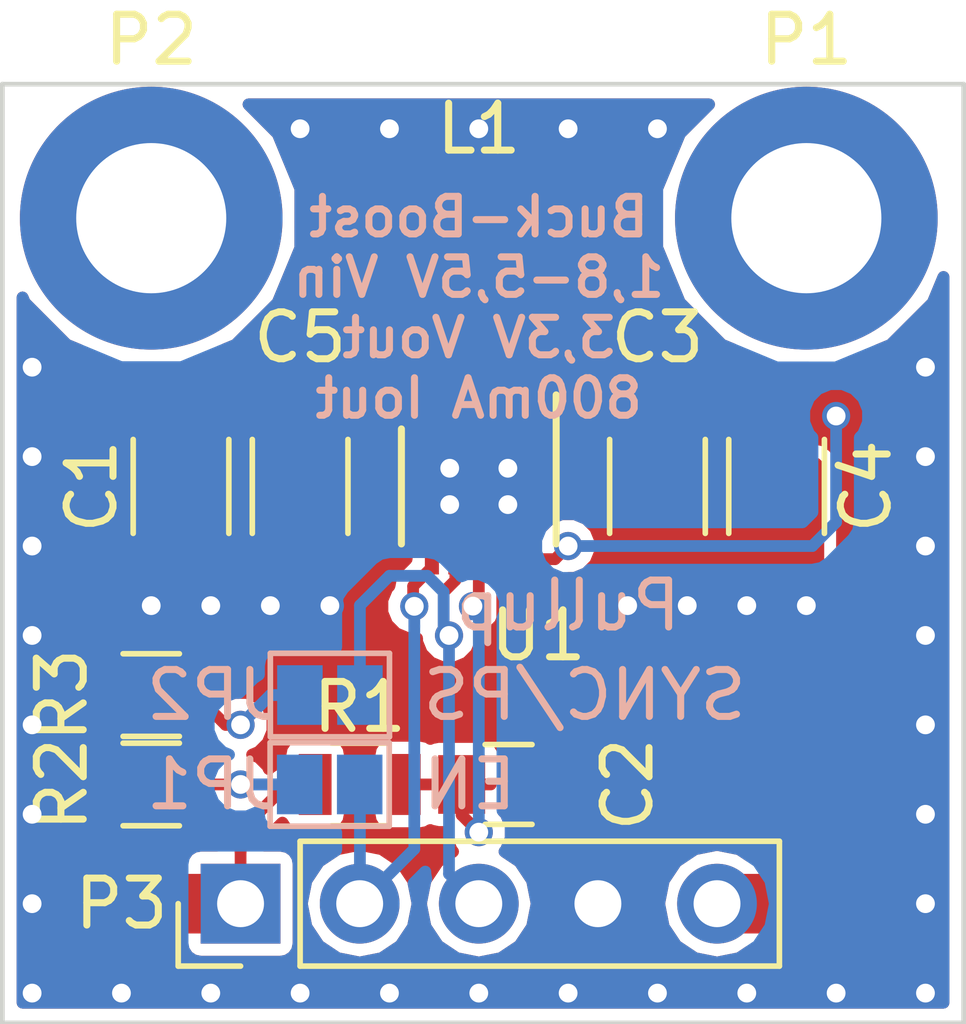
<source format=kicad_pcb>
(kicad_pcb (version 4) (host pcbnew 4.0.5)

  (general
    (links 31)
    (no_connects 2)
    (area 115.949999 78.949999 136.550001 99.050001)
    (thickness 1.6)
    (drawings 8)
    (tracks 202)
    (zones 0)
    (modules 15)
    (nets 13)
  )

  (page A4)
  (layers
    (0 F.Cu signal)
    (31 B.Cu signal)
    (32 B.Adhes user)
    (33 F.Adhes user)
    (34 B.Paste user)
    (35 F.Paste user)
    (36 B.SilkS user)
    (37 F.SilkS user)
    (38 B.Mask user)
    (39 F.Mask user)
    (40 Dwgs.User user)
    (41 Cmts.User user)
    (42 Eco1.User user)
    (43 Eco2.User user)
    (44 Edge.Cuts user)
    (45 Margin user)
    (46 B.CrtYd user)
    (47 F.CrtYd user)
    (48 B.Fab user hide)
    (49 F.Fab user hide)
  )

  (setup
    (last_trace_width 0.25)
    (trace_clearance 0.2)
    (zone_clearance 0.254)
    (zone_45_only yes)
    (trace_min 0.2)
    (segment_width 0.2)
    (edge_width 0.1)
    (via_size 0.6)
    (via_drill 0.4)
    (via_min_size 0.4)
    (via_min_drill 0.3)
    (uvia_size 0.3)
    (uvia_drill 0.1)
    (uvias_allowed no)
    (uvia_min_size 0.2)
    (uvia_min_drill 0.1)
    (pcb_text_width 0.3)
    (pcb_text_size 1.5 1.5)
    (mod_edge_width 0.15)
    (mod_text_size 1 1)
    (mod_text_width 0.15)
    (pad_size 1.5 1.5)
    (pad_drill 0.6)
    (pad_to_mask_clearance 0)
    (aux_axis_origin 116 99)
    (grid_origin 116 99)
    (visible_elements FFFFFF7F)
    (pcbplotparams
      (layerselection 0x010f0_80000001)
      (usegerberextensions false)
      (excludeedgelayer true)
      (linewidth 0.100000)
      (plotframeref false)
      (viasonmask true)
      (mode 1)
      (useauxorigin false)
      (hpglpennumber 1)
      (hpglpenspeed 20)
      (hpglpendiameter 15)
      (hpglpenoverlay 2)
      (psnegative false)
      (psa4output false)
      (plotreference true)
      (plotvalue true)
      (plotinvisibletext false)
      (padsonsilk false)
      (subtractmaskfromsilk false)
      (outputformat 1)
      (mirror false)
      (drillshape 0)
      (scaleselection 1)
      (outputdirectory plot/))
  )

  (net 0 "")
  (net 1 VCC)
  (net 2 GND)
  (net 3 "Net-(C2-Pad1)")
  (net 4 +3V3)
  (net 5 /EN)
  (net 6 /PS/SYNC)
  (net 7 "Net-(L1-Pad1)")
  (net 8 "Net-(L1-Pad2)")
  (net 9 "Net-(P1-Pad1)")
  (net 10 "Net-(P2-Pad1)")
  (net 11 "Net-(JP1-Pad1)")
  (net 12 "Net-(JP2-Pad1)")

  (net_class Default "This is the default net class."
    (clearance 0.2)
    (trace_width 0.25)
    (via_dia 0.6)
    (via_drill 0.4)
    (uvia_dia 0.3)
    (uvia_drill 0.1)
    (add_net +3V3)
    (add_net /EN)
    (add_net /PS/SYNC)
    (add_net GND)
    (add_net "Net-(C2-Pad1)")
    (add_net "Net-(JP1-Pad1)")
    (add_net "Net-(JP2-Pad1)")
    (add_net "Net-(L1-Pad1)")
    (add_net "Net-(L1-Pad2)")
    (add_net "Net-(P1-Pad1)")
    (add_net "Net-(P2-Pad1)")
    (add_net VCC)
  )

  (module Capacitors_SMD:C_1206 (layer F.Cu) (tedit 58AA84B8) (tstamp 58DAB410)
    (at 119.81 87.57 270)
    (descr "Capacitor SMD 1206, reflow soldering, AVX (see smccp.pdf)")
    (tags "capacitor 1206")
    (path /58D9833A)
    (attr smd)
    (fp_text reference C1 (at 0 1.905 450) (layer F.SilkS)
      (effects (font (size 1 1) (thickness 0.15)))
    )
    (fp_text value 10µF (at 0 0 270) (layer F.Fab)
      (effects (font (size 1 1) (thickness 0.15)))
    )
    (fp_text user %R (at 0 -1.75 270) (layer F.Fab)
      (effects (font (size 1 1) (thickness 0.15)))
    )
    (fp_line (start -1.6 0.8) (end -1.6 -0.8) (layer F.Fab) (width 0.1))
    (fp_line (start 1.6 0.8) (end -1.6 0.8) (layer F.Fab) (width 0.1))
    (fp_line (start 1.6 -0.8) (end 1.6 0.8) (layer F.Fab) (width 0.1))
    (fp_line (start -1.6 -0.8) (end 1.6 -0.8) (layer F.Fab) (width 0.1))
    (fp_line (start 1 -1.02) (end -1 -1.02) (layer F.SilkS) (width 0.12))
    (fp_line (start -1 1.02) (end 1 1.02) (layer F.SilkS) (width 0.12))
    (fp_line (start -2.25 -1.05) (end 2.25 -1.05) (layer F.CrtYd) (width 0.05))
    (fp_line (start -2.25 -1.05) (end -2.25 1.05) (layer F.CrtYd) (width 0.05))
    (fp_line (start 2.25 1.05) (end 2.25 -1.05) (layer F.CrtYd) (width 0.05))
    (fp_line (start 2.25 1.05) (end -2.25 1.05) (layer F.CrtYd) (width 0.05))
    (pad 1 smd rect (at -1.5 0 270) (size 1 1.6) (layers F.Cu F.Paste F.Mask)
      (net 1 VCC))
    (pad 2 smd rect (at 1.5 0 270) (size 1 1.6) (layers F.Cu F.Paste F.Mask)
      (net 2 GND))
    (model Capacitors_SMD.3dshapes/C_1206.wrl
      (at (xyz 0 0 0))
      (scale (xyz 1 1 1))
      (rotate (xyz 0 0 0))
    )
  )

  (module Capacitors_SMD:C_0805 (layer F.Cu) (tedit 58AA8463) (tstamp 58DAB421)
    (at 126.795 93.92)
    (descr "Capacitor SMD 0805, reflow soldering, AVX (see smccp.pdf)")
    (tags "capacitor 0805")
    (path /58D9846E)
    (attr smd)
    (fp_text reference C2 (at 2.54 0 90) (layer F.SilkS)
      (effects (font (size 1 1) (thickness 0.15)))
    )
    (fp_text value 100nF (at 0 1.75) (layer F.Fab)
      (effects (font (size 1 1) (thickness 0.15)))
    )
    (fp_text user %R (at 0 -1.5) (layer F.Fab)
      (effects (font (size 1 1) (thickness 0.15)))
    )
    (fp_line (start -1 0.62) (end -1 -0.62) (layer F.Fab) (width 0.1))
    (fp_line (start 1 0.62) (end -1 0.62) (layer F.Fab) (width 0.1))
    (fp_line (start 1 -0.62) (end 1 0.62) (layer F.Fab) (width 0.1))
    (fp_line (start -1 -0.62) (end 1 -0.62) (layer F.Fab) (width 0.1))
    (fp_line (start 0.5 -0.85) (end -0.5 -0.85) (layer F.SilkS) (width 0.12))
    (fp_line (start -0.5 0.85) (end 0.5 0.85) (layer F.SilkS) (width 0.12))
    (fp_line (start -1.75 -0.88) (end 1.75 -0.88) (layer F.CrtYd) (width 0.05))
    (fp_line (start -1.75 -0.88) (end -1.75 0.87) (layer F.CrtYd) (width 0.05))
    (fp_line (start 1.75 0.87) (end 1.75 -0.88) (layer F.CrtYd) (width 0.05))
    (fp_line (start 1.75 0.87) (end -1.75 0.87) (layer F.CrtYd) (width 0.05))
    (pad 1 smd rect (at -1 0) (size 1 1.25) (layers F.Cu F.Paste F.Mask)
      (net 3 "Net-(C2-Pad1)"))
    (pad 2 smd rect (at 1 0) (size 1 1.25) (layers F.Cu F.Paste F.Mask)
      (net 2 GND))
    (model Capacitors_SMD.3dshapes/C_0805.wrl
      (at (xyz 0 0 0))
      (scale (xyz 1 1 1))
      (rotate (xyz 0 0 0))
    )
  )

  (module Capacitors_SMD:C_1206 (layer F.Cu) (tedit 58AA84B8) (tstamp 58DAB432)
    (at 129.97 87.57 270)
    (descr "Capacitor SMD 1206, reflow soldering, AVX (see smccp.pdf)")
    (tags "capacitor 1206")
    (path /58D98371)
    (attr smd)
    (fp_text reference C3 (at -3.175 0 360) (layer F.SilkS)
      (effects (font (size 1 1) (thickness 0.15)))
    )
    (fp_text value 10µF (at 0 2 270) (layer F.Fab)
      (effects (font (size 1 1) (thickness 0.15)))
    )
    (fp_text user %R (at 0 -1.75 270) (layer F.Fab)
      (effects (font (size 1 1) (thickness 0.15)))
    )
    (fp_line (start -1.6 0.8) (end -1.6 -0.8) (layer F.Fab) (width 0.1))
    (fp_line (start 1.6 0.8) (end -1.6 0.8) (layer F.Fab) (width 0.1))
    (fp_line (start 1.6 -0.8) (end 1.6 0.8) (layer F.Fab) (width 0.1))
    (fp_line (start -1.6 -0.8) (end 1.6 -0.8) (layer F.Fab) (width 0.1))
    (fp_line (start 1 -1.02) (end -1 -1.02) (layer F.SilkS) (width 0.12))
    (fp_line (start -1 1.02) (end 1 1.02) (layer F.SilkS) (width 0.12))
    (fp_line (start -2.25 -1.05) (end 2.25 -1.05) (layer F.CrtYd) (width 0.05))
    (fp_line (start -2.25 -1.05) (end -2.25 1.05) (layer F.CrtYd) (width 0.05))
    (fp_line (start 2.25 1.05) (end 2.25 -1.05) (layer F.CrtYd) (width 0.05))
    (fp_line (start 2.25 1.05) (end -2.25 1.05) (layer F.CrtYd) (width 0.05))
    (pad 1 smd rect (at -1.5 0 270) (size 1 1.6) (layers F.Cu F.Paste F.Mask)
      (net 4 +3V3))
    (pad 2 smd rect (at 1.5 0 270) (size 1 1.6) (layers F.Cu F.Paste F.Mask)
      (net 2 GND))
    (model Capacitors_SMD.3dshapes/C_1206.wrl
      (at (xyz 0 0 0))
      (scale (xyz 1 1 1))
      (rotate (xyz 0 0 0))
    )
  )

  (module Capacitors_SMD:C_1206 (layer F.Cu) (tedit 58AA84B8) (tstamp 58DAB443)
    (at 132.51 87.57 270)
    (descr "Capacitor SMD 1206, reflow soldering, AVX (see smccp.pdf)")
    (tags "capacitor 1206")
    (path /58D9839C)
    (attr smd)
    (fp_text reference C4 (at 0 -1.905 450) (layer F.SilkS)
      (effects (font (size 1 1) (thickness 0.15)))
    )
    (fp_text value 10µF (at 0 2 270) (layer F.Fab)
      (effects (font (size 1 1) (thickness 0.15)))
    )
    (fp_text user %R (at 0 -1.75 270) (layer F.Fab)
      (effects (font (size 1 1) (thickness 0.15)))
    )
    (fp_line (start -1.6 0.8) (end -1.6 -0.8) (layer F.Fab) (width 0.1))
    (fp_line (start 1.6 0.8) (end -1.6 0.8) (layer F.Fab) (width 0.1))
    (fp_line (start 1.6 -0.8) (end 1.6 0.8) (layer F.Fab) (width 0.1))
    (fp_line (start -1.6 -0.8) (end 1.6 -0.8) (layer F.Fab) (width 0.1))
    (fp_line (start 1 -1.02) (end -1 -1.02) (layer F.SilkS) (width 0.12))
    (fp_line (start -1 1.02) (end 1 1.02) (layer F.SilkS) (width 0.12))
    (fp_line (start -2.25 -1.05) (end 2.25 -1.05) (layer F.CrtYd) (width 0.05))
    (fp_line (start -2.25 -1.05) (end -2.25 1.05) (layer F.CrtYd) (width 0.05))
    (fp_line (start 2.25 1.05) (end 2.25 -1.05) (layer F.CrtYd) (width 0.05))
    (fp_line (start 2.25 1.05) (end -2.25 1.05) (layer F.CrtYd) (width 0.05))
    (pad 1 smd rect (at -1.5 0 270) (size 1 1.6) (layers F.Cu F.Paste F.Mask)
      (net 4 +3V3))
    (pad 2 smd rect (at 1.5 0 270) (size 1 1.6) (layers F.Cu F.Paste F.Mask)
      (net 2 GND))
    (model Capacitors_SMD.3dshapes/C_1206.wrl
      (at (xyz 0 0 0))
      (scale (xyz 1 1 1))
      (rotate (xyz 0 0 0))
    )
  )

  (module Capacitors_SMD:C_1206 (layer F.Cu) (tedit 58AA84B8) (tstamp 58DAB454)
    (at 122.35 87.57 270)
    (descr "Capacitor SMD 1206, reflow soldering, AVX (see smccp.pdf)")
    (tags "capacitor 1206")
    (path /58DAB2CE)
    (attr smd)
    (fp_text reference C5 (at -3.175 0 360) (layer F.SilkS)
      (effects (font (size 1 1) (thickness 0.15)))
    )
    (fp_text value 10µF (at 0 2 270) (layer F.Fab)
      (effects (font (size 1 1) (thickness 0.15)))
    )
    (fp_text user %R (at 0 -1.75 270) (layer F.Fab)
      (effects (font (size 1 1) (thickness 0.15)))
    )
    (fp_line (start -1.6 0.8) (end -1.6 -0.8) (layer F.Fab) (width 0.1))
    (fp_line (start 1.6 0.8) (end -1.6 0.8) (layer F.Fab) (width 0.1))
    (fp_line (start 1.6 -0.8) (end 1.6 0.8) (layer F.Fab) (width 0.1))
    (fp_line (start -1.6 -0.8) (end 1.6 -0.8) (layer F.Fab) (width 0.1))
    (fp_line (start 1 -1.02) (end -1 -1.02) (layer F.SilkS) (width 0.12))
    (fp_line (start -1 1.02) (end 1 1.02) (layer F.SilkS) (width 0.12))
    (fp_line (start -2.25 -1.05) (end 2.25 -1.05) (layer F.CrtYd) (width 0.05))
    (fp_line (start -2.25 -1.05) (end -2.25 1.05) (layer F.CrtYd) (width 0.05))
    (fp_line (start 2.25 1.05) (end 2.25 -1.05) (layer F.CrtYd) (width 0.05))
    (fp_line (start 2.25 1.05) (end -2.25 1.05) (layer F.CrtYd) (width 0.05))
    (pad 1 smd rect (at -1.5 0 270) (size 1 1.6) (layers F.Cu F.Paste F.Mask)
      (net 1 VCC))
    (pad 2 smd rect (at 1.5 0 270) (size 1 1.6) (layers F.Cu F.Paste F.Mask)
      (net 2 GND))
    (model Capacitors_SMD.3dshapes/C_1206.wrl
      (at (xyz 0 0 0))
      (scale (xyz 1 1 1))
      (rotate (xyz 0 0 0))
    )
  )

  (module Mounting_Holes:MountingHole_3.2mm_M3_DIN965_Pad (layer F.Cu) (tedit 56D1B4CB) (tstamp 58DAB487)
    (at 133.145 81.855)
    (descr "Mounting Hole 3.2mm, M3, DIN965")
    (tags "mounting hole 3.2mm m3 din965")
    (path /58D9A7F7)
    (fp_text reference P1 (at 0 -3.8) (layer F.SilkS)
      (effects (font (size 1 1) (thickness 0.15)))
    )
    (fp_text value CONN_01X01 (at 0 3.8) (layer F.Fab)
      (effects (font (size 1 1) (thickness 0.15)))
    )
    (fp_circle (center 0 0) (end 2.8 0) (layer Cmts.User) (width 0.15))
    (fp_circle (center 0 0) (end 3.05 0) (layer F.CrtYd) (width 0.05))
    (pad 1 thru_hole circle (at 0 0) (size 5.6 5.6) (drill 3.2) (layers *.Cu *.Mask)
      (net 9 "Net-(P1-Pad1)"))
  )

  (module Mounting_Holes:MountingHole_3.2mm_M3_DIN965_Pad (layer F.Cu) (tedit 56D1B4CB) (tstamp 58DAB48E)
    (at 119.175 81.855)
    (descr "Mounting Hole 3.2mm, M3, DIN965")
    (tags "mounting hole 3.2mm m3 din965")
    (path /58D9A846)
    (fp_text reference P2 (at 0 -3.8) (layer F.SilkS)
      (effects (font (size 1 1) (thickness 0.15)))
    )
    (fp_text value CONN_01X01 (at 0 3.8) (layer F.Fab)
      (effects (font (size 1 1) (thickness 0.15)))
    )
    (fp_circle (center 0 0) (end 2.8 0) (layer Cmts.User) (width 0.15))
    (fp_circle (center 0 0) (end 3.05 0) (layer F.CrtYd) (width 0.05))
    (pad 1 thru_hole circle (at 0 0) (size 5.6 5.6) (drill 3.2) (layers *.Cu *.Mask)
      (net 10 "Net-(P2-Pad1)"))
  )

  (module Pin_Headers:Pin_Header_Straight_1x05_Pitch2.54mm (layer F.Cu) (tedit 58CD4EC1) (tstamp 58DAB4A6)
    (at 121.08 96.46 90)
    (descr "Through hole straight pin header, 1x05, 2.54mm pitch, single row")
    (tags "Through hole pin header THT 1x05 2.54mm single row")
    (path /58D9A44F)
    (fp_text reference P3 (at 0 -2.54 180) (layer F.SilkS)
      (effects (font (size 1 1) (thickness 0.15)))
    )
    (fp_text value CONN_01X05 (at 0 12.49 90) (layer F.Fab)
      (effects (font (size 1 1) (thickness 0.15)))
    )
    (fp_line (start -1.27 -1.27) (end -1.27 11.43) (layer F.Fab) (width 0.1))
    (fp_line (start -1.27 11.43) (end 1.27 11.43) (layer F.Fab) (width 0.1))
    (fp_line (start 1.27 11.43) (end 1.27 -1.27) (layer F.Fab) (width 0.1))
    (fp_line (start 1.27 -1.27) (end -1.27 -1.27) (layer F.Fab) (width 0.1))
    (fp_line (start -1.33 1.27) (end -1.33 11.49) (layer F.SilkS) (width 0.12))
    (fp_line (start -1.33 11.49) (end 1.33 11.49) (layer F.SilkS) (width 0.12))
    (fp_line (start 1.33 11.49) (end 1.33 1.27) (layer F.SilkS) (width 0.12))
    (fp_line (start 1.33 1.27) (end -1.33 1.27) (layer F.SilkS) (width 0.12))
    (fp_line (start -1.33 0) (end -1.33 -1.33) (layer F.SilkS) (width 0.12))
    (fp_line (start -1.33 -1.33) (end 0 -1.33) (layer F.SilkS) (width 0.12))
    (fp_line (start -1.8 -1.8) (end -1.8 11.95) (layer F.CrtYd) (width 0.05))
    (fp_line (start -1.8 11.95) (end 1.8 11.95) (layer F.CrtYd) (width 0.05))
    (fp_line (start 1.8 11.95) (end 1.8 -1.8) (layer F.CrtYd) (width 0.05))
    (fp_line (start 1.8 -1.8) (end -1.8 -1.8) (layer F.CrtYd) (width 0.05))
    (fp_text user %R (at 0 -2.33 90) (layer F.Fab)
      (effects (font (size 1 1) (thickness 0.15)))
    )
    (pad 1 thru_hole rect (at 0 0 90) (size 1.7 1.7) (drill 1) (layers *.Cu *.Mask)
      (net 1 VCC))
    (pad 2 thru_hole oval (at 0 2.54 90) (size 1.7 1.7) (drill 1) (layers *.Cu *.Mask)
      (net 5 /EN))
    (pad 3 thru_hole oval (at 0 5.08 90) (size 1.7 1.7) (drill 1) (layers *.Cu *.Mask)
      (net 6 /PS/SYNC))
    (pad 4 thru_hole oval (at 0 7.62 90) (size 1.7 1.7) (drill 1) (layers *.Cu *.Mask)
      (net 2 GND))
    (pad 5 thru_hole oval (at 0 10.16 90) (size 1.7 1.7) (drill 1) (layers *.Cu *.Mask)
      (net 4 +3V3))
    (model ${KISYS3DMOD}/Pin_Headers.3dshapes/Pin_Header_Straight_1x05_Pitch2.54mm.wrl
      (at (xyz 0 -0.2 0))
      (scale (xyz 1 1 1))
      (rotate (xyz 0 0 90))
    )
  )

  (module Resistors_SMD:R_0805 (layer F.Cu) (tedit 58AADA8F) (tstamp 58DAB4B7)
    (at 123.62 93.92)
    (descr "Resistor SMD 0805, reflow soldering, Vishay (see dcrcw.pdf)")
    (tags "resistor 0805")
    (path /58D984A1)
    (attr smd)
    (fp_text reference R1 (at 0 -1.65) (layer F.SilkS)
      (effects (font (size 1 1) (thickness 0.15)))
    )
    (fp_text value 100R (at 0 1.75 180) (layer F.Fab)
      (effects (font (size 1 1) (thickness 0.15)))
    )
    (fp_text user %R (at 0 -1.65) (layer F.Fab)
      (effects (font (size 1 1) (thickness 0.15)))
    )
    (fp_line (start -1 0.62) (end -1 -0.62) (layer F.Fab) (width 0.1))
    (fp_line (start 1 0.62) (end -1 0.62) (layer F.Fab) (width 0.1))
    (fp_line (start 1 -0.62) (end 1 0.62) (layer F.Fab) (width 0.1))
    (fp_line (start -1 -0.62) (end 1 -0.62) (layer F.Fab) (width 0.1))
    (fp_line (start 0.6 0.88) (end -0.6 0.88) (layer F.SilkS) (width 0.12))
    (fp_line (start -0.6 -0.88) (end 0.6 -0.88) (layer F.SilkS) (width 0.12))
    (fp_line (start -1.55 -0.9) (end 1.55 -0.9) (layer F.CrtYd) (width 0.05))
    (fp_line (start -1.55 -0.9) (end -1.55 0.9) (layer F.CrtYd) (width 0.05))
    (fp_line (start 1.55 0.9) (end 1.55 -0.9) (layer F.CrtYd) (width 0.05))
    (fp_line (start 1.55 0.9) (end -1.55 0.9) (layer F.CrtYd) (width 0.05))
    (pad 1 smd rect (at -0.95 0) (size 0.7 1.3) (layers F.Cu F.Paste F.Mask)
      (net 1 VCC))
    (pad 2 smd rect (at 0.95 0) (size 0.7 1.3) (layers F.Cu F.Paste F.Mask)
      (net 3 "Net-(C2-Pad1)"))
    (model Resistors_SMD.3dshapes/R_0805.wrl
      (at (xyz 0 0 0))
      (scale (xyz 1 1 1))
      (rotate (xyz 0 0 0))
    )
  )

  (module Resistors_SMD:R_0805 (layer F.Cu) (tedit 58AADA8F) (tstamp 58DAB4C8)
    (at 119.175 93.92)
    (descr "Resistor SMD 0805, reflow soldering, Vishay (see dcrcw.pdf)")
    (tags "resistor 0805")
    (path /58DA41F9)
    (attr smd)
    (fp_text reference R2 (at -1.905 0 90) (layer F.SilkS)
      (effects (font (size 1 1) (thickness 0.15)))
    )
    (fp_text value 4K7 (at 0 1.75) (layer F.Fab)
      (effects (font (size 1 1) (thickness 0.15)))
    )
    (fp_text user %R (at 0 -1.65) (layer F.Fab)
      (effects (font (size 1 1) (thickness 0.15)))
    )
    (fp_line (start -1 0.62) (end -1 -0.62) (layer F.Fab) (width 0.1))
    (fp_line (start 1 0.62) (end -1 0.62) (layer F.Fab) (width 0.1))
    (fp_line (start 1 -0.62) (end 1 0.62) (layer F.Fab) (width 0.1))
    (fp_line (start -1 -0.62) (end 1 -0.62) (layer F.Fab) (width 0.1))
    (fp_line (start 0.6 0.88) (end -0.6 0.88) (layer F.SilkS) (width 0.12))
    (fp_line (start -0.6 -0.88) (end 0.6 -0.88) (layer F.SilkS) (width 0.12))
    (fp_line (start -1.55 -0.9) (end 1.55 -0.9) (layer F.CrtYd) (width 0.05))
    (fp_line (start -1.55 -0.9) (end -1.55 0.9) (layer F.CrtYd) (width 0.05))
    (fp_line (start 1.55 0.9) (end 1.55 -0.9) (layer F.CrtYd) (width 0.05))
    (fp_line (start 1.55 0.9) (end -1.55 0.9) (layer F.CrtYd) (width 0.05))
    (pad 1 smd rect (at -0.95 0) (size 0.7 1.3) (layers F.Cu F.Paste F.Mask)
      (net 1 VCC))
    (pad 2 smd rect (at 0.95 0) (size 0.7 1.3) (layers F.Cu F.Paste F.Mask)
      (net 11 "Net-(JP1-Pad1)"))
    (model Resistors_SMD.3dshapes/R_0805.wrl
      (at (xyz 0 0 0))
      (scale (xyz 1 1 1))
      (rotate (xyz 0 0 0))
    )
  )

  (module Resistors_SMD:R_0805 (layer F.Cu) (tedit 58AADA8F) (tstamp 58DAB4D9)
    (at 119.175 92.015)
    (descr "Resistor SMD 0805, reflow soldering, Vishay (see dcrcw.pdf)")
    (tags "resistor 0805")
    (path /58DA4394)
    (attr smd)
    (fp_text reference R3 (at -1.905 0 90) (layer F.SilkS)
      (effects (font (size 1 1) (thickness 0.15)))
    )
    (fp_text value 4K7 (at 0 1.75) (layer F.Fab)
      (effects (font (size 1 1) (thickness 0.15)))
    )
    (fp_text user %R (at 0 -1.65) (layer F.Fab)
      (effects (font (size 1 1) (thickness 0.15)))
    )
    (fp_line (start -1 0.62) (end -1 -0.62) (layer F.Fab) (width 0.1))
    (fp_line (start 1 0.62) (end -1 0.62) (layer F.Fab) (width 0.1))
    (fp_line (start 1 -0.62) (end 1 0.62) (layer F.Fab) (width 0.1))
    (fp_line (start -1 -0.62) (end 1 -0.62) (layer F.Fab) (width 0.1))
    (fp_line (start 0.6 0.88) (end -0.6 0.88) (layer F.SilkS) (width 0.12))
    (fp_line (start -0.6 -0.88) (end 0.6 -0.88) (layer F.SilkS) (width 0.12))
    (fp_line (start -1.55 -0.9) (end 1.55 -0.9) (layer F.CrtYd) (width 0.05))
    (fp_line (start -1.55 -0.9) (end -1.55 0.9) (layer F.CrtYd) (width 0.05))
    (fp_line (start 1.55 0.9) (end 1.55 -0.9) (layer F.CrtYd) (width 0.05))
    (fp_line (start 1.55 0.9) (end -1.55 0.9) (layer F.CrtYd) (width 0.05))
    (pad 1 smd rect (at -0.95 0) (size 0.7 1.3) (layers F.Cu F.Paste F.Mask)
      (net 1 VCC))
    (pad 2 smd rect (at 0.95 0) (size 0.7 1.3) (layers F.Cu F.Paste F.Mask)
      (net 12 "Net-(JP2-Pad1)"))
    (model Resistors_SMD.3dshapes/R_0805.wrl
      (at (xyz 0 0 0))
      (scale (xyz 1 1 1))
      (rotate (xyz 0 0 0))
    )
  )

  (module Housings_DFN_QFN:DFN-10-1EP_3x3mm_Pitch0.5mm (layer F.Cu) (tedit 54130A77) (tstamp 58DAB4F6)
    (at 126.16 87.57 270)
    (descr "10-Lead Plastic Dual Flat, No Lead Package (MF) - 3x3x0.9 mm Body [DFN] (see Microchip Packaging Specification 00000049BS.pdf)")
    (tags "DFN 0.5")
    (path /58D9827C)
    (attr smd)
    (fp_text reference U1 (at 3.175 -1.27 360) (layer F.SilkS)
      (effects (font (size 1 1) (thickness 0.15)))
    )
    (fp_text value TPS63001 (at 0 2.575 270) (layer F.Fab)
      (effects (font (size 1 1) (thickness 0.15)))
    )
    (fp_line (start -0.5 -1.5) (end 1.5 -1.5) (layer F.Fab) (width 0.15))
    (fp_line (start 1.5 -1.5) (end 1.5 1.5) (layer F.Fab) (width 0.15))
    (fp_line (start 1.5 1.5) (end -1.5 1.5) (layer F.Fab) (width 0.15))
    (fp_line (start -1.5 1.5) (end -1.5 -0.5) (layer F.Fab) (width 0.15))
    (fp_line (start -1.5 -0.5) (end -0.5 -1.5) (layer F.Fab) (width 0.15))
    (fp_line (start -2.15 -1.85) (end -2.15 1.85) (layer F.CrtYd) (width 0.05))
    (fp_line (start 2.15 -1.85) (end 2.15 1.85) (layer F.CrtYd) (width 0.05))
    (fp_line (start -2.15 -1.85) (end 2.15 -1.85) (layer F.CrtYd) (width 0.05))
    (fp_line (start -2.15 1.85) (end 2.15 1.85) (layer F.CrtYd) (width 0.05))
    (fp_line (start -1.225 1.65) (end 1.225 1.65) (layer F.SilkS) (width 0.15))
    (fp_line (start -1.95 -1.65) (end 1.225 -1.65) (layer F.SilkS) (width 0.15))
    (pad 1 smd rect (at -1.55 -1 270) (size 0.65 0.3) (layers F.Cu F.Paste F.Mask)
      (net 4 +3V3))
    (pad 2 smd rect (at -1.55 -0.5 270) (size 0.65 0.3) (layers F.Cu F.Paste F.Mask)
      (net 7 "Net-(L1-Pad1)"))
    (pad 3 smd rect (at -1.55 0 270) (size 0.65 0.3) (layers F.Cu F.Paste F.Mask)
      (net 2 GND))
    (pad 4 smd rect (at -1.55 0.5 270) (size 0.65 0.3) (layers F.Cu F.Paste F.Mask)
      (net 8 "Net-(L1-Pad2)"))
    (pad 5 smd rect (at -1.55 1 270) (size 0.65 0.3) (layers F.Cu F.Paste F.Mask)
      (net 1 VCC))
    (pad 6 smd rect (at 1.55 1 270) (size 0.65 0.3) (layers F.Cu F.Paste F.Mask)
      (net 5 /EN))
    (pad 7 smd rect (at 1.55 0.5 270) (size 0.65 0.3) (layers F.Cu F.Paste F.Mask)
      (net 6 /PS/SYNC))
    (pad 8 smd rect (at 1.55 0 270) (size 0.65 0.3) (layers F.Cu F.Paste F.Mask)
      (net 3 "Net-(C2-Pad1)"))
    (pad 9 smd rect (at 1.55 -0.5 270) (size 0.65 0.3) (layers F.Cu F.Paste F.Mask)
      (net 2 GND))
    (pad 10 smd rect (at 1.55 -1 270) (size 0.65 0.3) (layers F.Cu F.Paste F.Mask)
      (net 4 +3V3))
    (pad 11 smd rect (at 0.3875 0.62 270) (size 0.775 1.24) (layers F.Cu F.Paste F.Mask)
      (net 2 GND) (solder_paste_margin_ratio -0.2))
    (pad 11 smd rect (at 0.3875 -0.62 270) (size 0.775 1.24) (layers F.Cu F.Paste F.Mask)
      (net 2 GND) (solder_paste_margin_ratio -0.2))
    (pad 11 smd rect (at -0.3875 0.62 270) (size 0.775 1.24) (layers F.Cu F.Paste F.Mask)
      (net 2 GND) (solder_paste_margin_ratio -0.2))
    (pad 11 smd rect (at -0.3875 -0.62 270) (size 0.775 1.24) (layers F.Cu F.Paste F.Mask)
      (net 2 GND) (solder_paste_margin_ratio -0.2))
    (model Housings_DFN_QFN.3dshapes/DFN-10-1EP_3x3mm_Pitch0.5mm.wrl
      (at (xyz 0 0 0))
      (scale (xyz 1 1 1))
      (rotate (xyz 0 0 0))
    )
  )

  (module Connect:GS2 (layer B.Cu) (tedit 586134A1) (tstamp 58DAC2CC)
    (at 122.98 93.92 270)
    (descr "2-pin solder bridge")
    (tags "solder bridge")
    (path /58DA4191)
    (attr smd)
    (fp_text reference JP1 (at 0 2.535 540) (layer B.SilkS)
      (effects (font (size 1 1) (thickness 0.15)) (justify mirror))
    )
    (fp_text value GS2 (at -1.8 0 540) (layer B.Fab)
      (effects (font (size 1 1) (thickness 0.15)) (justify mirror))
    )
    (fp_line (start 1.1 1.45) (end 1.1 -1.5) (layer B.CrtYd) (width 0.05))
    (fp_line (start 1.1 -1.5) (end -1.1 -1.5) (layer B.CrtYd) (width 0.05))
    (fp_line (start -1.1 -1.5) (end -1.1 1.45) (layer B.CrtYd) (width 0.05))
    (fp_line (start -1.1 1.45) (end 1.1 1.45) (layer B.CrtYd) (width 0.05))
    (fp_line (start -0.89 1.27) (end -0.89 -1.27) (layer B.SilkS) (width 0.12))
    (fp_line (start 0.89 -1.27) (end 0.89 1.27) (layer B.SilkS) (width 0.12))
    (fp_line (start 0.89 -1.27) (end -0.89 -1.27) (layer B.SilkS) (width 0.12))
    (fp_line (start -0.89 1.27) (end 0.89 1.27) (layer B.SilkS) (width 0.12))
    (pad 1 smd rect (at 0 0.64 270) (size 1.27 0.97) (layers B.Cu B.Paste B.Mask)
      (net 11 "Net-(JP1-Pad1)"))
    (pad 2 smd rect (at 0 -0.64 270) (size 1.27 0.97) (layers B.Cu B.Paste B.Mask)
      (net 5 /EN))
  )

  (module Connect:GS2 (layer B.Cu) (tedit 586134A1) (tstamp 58DAC2DA)
    (at 122.985 92.015 270)
    (descr "2-pin solder bridge")
    (tags "solder bridge")
    (path /58DA43FB)
    (attr smd)
    (fp_text reference JP2 (at 0 2.54 360) (layer B.SilkS)
      (effects (font (size 1 1) (thickness 0.15)) (justify mirror))
    )
    (fp_text value GS2 (at -1.8 0 540) (layer B.Fab)
      (effects (font (size 1 1) (thickness 0.15)) (justify mirror))
    )
    (fp_line (start 1.1 1.45) (end 1.1 -1.5) (layer B.CrtYd) (width 0.05))
    (fp_line (start 1.1 -1.5) (end -1.1 -1.5) (layer B.CrtYd) (width 0.05))
    (fp_line (start -1.1 -1.5) (end -1.1 1.45) (layer B.CrtYd) (width 0.05))
    (fp_line (start -1.1 1.45) (end 1.1 1.45) (layer B.CrtYd) (width 0.05))
    (fp_line (start -0.89 1.27) (end -0.89 -1.27) (layer B.SilkS) (width 0.12))
    (fp_line (start 0.89 -1.27) (end 0.89 1.27) (layer B.SilkS) (width 0.12))
    (fp_line (start 0.89 -1.27) (end -0.89 -1.27) (layer B.SilkS) (width 0.12))
    (fp_line (start -0.89 1.27) (end 0.89 1.27) (layer B.SilkS) (width 0.12))
    (pad 1 smd rect (at 0 0.64 270) (size 1.27 0.97) (layers B.Cu B.Paste B.Mask)
      (net 12 "Net-(JP2-Pad1)"))
    (pad 2 smd rect (at 0 -0.64 270) (size 1.27 0.97) (layers B.Cu B.Paste B.Mask)
      (net 6 /PS/SYNC))
  )

  (module inductors:SRN4026 (layer F.Cu) (tedit 57AB315B) (tstamp 58DADD33)
    (at 126.16 82.49 180)
    (descr Inductor)
    (tags inductor,srn4026)
    (path /58D982C0)
    (fp_text reference L1 (at 0 2.54 180) (layer F.SilkS)
      (effects (font (size 1 1) (thickness 0.15)))
    )
    (fp_text value 4.7µH (at 0 -2.54 180) (layer F.Fab)
      (effects (font (size 1 1) (thickness 0.15)))
    )
    (pad 1 smd rect (at -1.525 0 270) (size 3.6 1.5) (layers F.Cu F.Paste F.Mask)
      (net 7 "Net-(L1-Pad1)"))
    (pad 2 smd rect (at 1.525 0 270) (size 3.6 1.5) (layers F.Cu F.Paste F.Mask)
      (net 8 "Net-(L1-Pad2)"))
    (model "/Users/florian/Documents/kicad libraries/3d/srn4026.wrl"
      (at (xyz 0 0 0))
      (scale (xyz 0.3937 0.3937 0.3937))
      (rotate (xyz 0 0 0))
    )
  )

  (gr_text "Buck-Boost\n1,8-5,5V Vin\n3,3V Vout\n800mA Iout" (at 126.16 83.76) (layer B.SilkS)
    (effects (font (size 0.8 0.8) (thickness 0.15)) (justify mirror))
  )
  (gr_text Pullup (at 128.065 90.11) (layer B.SilkS)
    (effects (font (size 1 1) (thickness 0.15)) (justify mirror))
  )
  (gr_text SYNC/PS (at 124.89 92.015) (layer B.SilkS)
    (effects (font (size 1 1) (thickness 0.15)) (justify right mirror))
  )
  (gr_text EN (at 124.89 93.92) (layer B.SilkS)
    (effects (font (size 1 1) (thickness 0.15)) (justify right mirror))
  )
  (gr_line (start 116 79) (end 116 99) (angle 90) (layer Edge.Cuts) (width 0.1))
  (gr_line (start 136.5 79) (end 116 79) (angle 90) (layer Edge.Cuts) (width 0.1))
  (gr_line (start 136.5 99) (end 136.5 79) (angle 90) (layer Edge.Cuts) (width 0.1))
  (gr_line (start 116 99) (end 136.5 99) (angle 90) (layer Edge.Cuts) (width 0.1))

  (segment (start 122.35 86.07) (end 125.11 86.07) (width 0.25) (layer F.Cu) (net 1))
  (segment (start 125.11 86.07) (end 125.16 86.02) (width 0.25) (layer F.Cu) (net 1))
  (segment (start 122.35 86.07) (end 121.3 86.07) (width 0.25) (layer F.Cu) (net 1))
  (segment (start 121.3 86.07) (end 119.81 86.07) (width 0.25) (layer F.Cu) (net 1))
  (segment (start 118.225 92.015) (end 118.225 86.605) (width 0.25) (layer F.Cu) (net 1))
  (segment (start 118.225 86.605) (end 118.76 86.07) (width 0.25) (layer F.Cu) (net 1))
  (segment (start 118.76 86.07) (end 119.81 86.07) (width 0.25) (layer F.Cu) (net 1))
  (segment (start 118.225 92.015) (end 118.225 93.92) (width 0.25) (layer F.Cu) (net 1))
  (segment (start 121.08 96.46) (end 118.54 96.46) (width 0.25) (layer F.Cu) (net 1))
  (segment (start 118.54 96.46) (end 118.225 96.145) (width 0.25) (layer F.Cu) (net 1))
  (segment (start 118.225 96.145) (end 118.225 93.92) (width 0.25) (layer F.Cu) (net 1))
  (segment (start 122.67 93.92) (end 122.07 93.92) (width 0.25) (layer F.Cu) (net 1))
  (segment (start 122.07 93.92) (end 121.08 94.91) (width 0.25) (layer F.Cu) (net 1))
  (segment (start 121.08 94.91) (end 121.08 95.36) (width 0.25) (layer F.Cu) (net 1))
  (segment (start 121.08 95.36) (end 121.08 96.46) (width 0.25) (layer F.Cu) (net 1))
  (segment (start 135.685 86.935) (end 135.685 85.03) (width 0.25) (layer B.Cu) (net 2))
  (via (at 135.685 85.03) (size 0.6) (drill 0.4) (layers F.Cu B.Cu) (net 2))
  (segment (start 135.685 88.84) (end 135.685 86.935) (width 0.25) (layer F.Cu) (net 2))
  (via (at 135.685 86.935) (size 0.6) (drill 0.4) (layers F.Cu B.Cu) (net 2))
  (segment (start 135.685 90.745) (end 135.685 88.84) (width 0.25) (layer B.Cu) (net 2))
  (via (at 135.685 88.84) (size 0.6) (drill 0.4) (layers F.Cu B.Cu) (net 2))
  (segment (start 135.685 92.65) (end 135.685 90.745) (width 0.25) (layer F.Cu) (net 2))
  (via (at 135.685 90.745) (size 0.6) (drill 0.4) (layers F.Cu B.Cu) (net 2))
  (segment (start 135.685 94.555) (end 135.685 92.65) (width 0.25) (layer B.Cu) (net 2))
  (via (at 135.685 92.65) (size 0.6) (drill 0.4) (layers F.Cu B.Cu) (net 2))
  (segment (start 135.685 96.46) (end 135.685 94.555) (width 0.25) (layer F.Cu) (net 2))
  (via (at 135.685 94.555) (size 0.6) (drill 0.4) (layers F.Cu B.Cu) (net 2))
  (segment (start 135.685 98.365) (end 135.685 96.46) (width 0.25) (layer B.Cu) (net 2))
  (via (at 135.685 96.46) (size 0.6) (drill 0.4) (layers F.Cu B.Cu) (net 2))
  (segment (start 133.78 98.365) (end 135.685 98.365) (width 0.25) (layer F.Cu) (net 2))
  (via (at 135.685 98.365) (size 0.6) (drill 0.4) (layers F.Cu B.Cu) (net 2))
  (segment (start 128.065 79.95) (end 129.97 79.95) (width 0.25) (layer B.Cu) (net 2))
  (via (at 129.97 79.95) (size 0.6) (drill 0.4) (layers F.Cu B.Cu) (net 2))
  (segment (start 126.16 79.95) (end 128.065 79.95) (width 0.25) (layer F.Cu) (net 2))
  (via (at 128.065 79.95) (size 0.6) (drill 0.4) (layers F.Cu B.Cu) (net 2))
  (segment (start 124.255 79.95) (end 122.35 79.95) (width 0.25) (layer B.Cu) (net 2))
  (via (at 122.35 79.95) (size 0.6) (drill 0.4) (layers F.Cu B.Cu) (net 2))
  (segment (start 126.16 79.95) (end 124.255 79.95) (width 0.25) (layer F.Cu) (net 2))
  (via (at 124.255 79.95) (size 0.6) (drill 0.4) (layers F.Cu B.Cu) (net 2))
  (segment (start 126.16 85.03) (end 126.16 79.95) (width 0.25) (layer B.Cu) (net 2))
  (via (at 126.16 79.95) (size 0.6) (drill 0.4) (layers F.Cu B.Cu) (net 2))
  (segment (start 116.635 85.03) (end 126.16 85.03) (width 0.25) (layer B.Cu) (net 2))
  (segment (start 133.78 98.365) (end 135.05 98.365) (width 0.25) (layer B.Cu) (net 2))
  (segment (start 131.875 98.365) (end 133.78 98.365) (width 0.25) (layer F.Cu) (net 2))
  (via (at 133.78 98.365) (size 0.6) (drill 0.4) (layers F.Cu B.Cu) (net 2))
  (segment (start 129.97 98.365) (end 131.875 98.365) (width 0.25) (layer B.Cu) (net 2))
  (via (at 131.875 98.365) (size 0.6) (drill 0.4) (layers F.Cu B.Cu) (net 2))
  (segment (start 128.065 98.365) (end 129.97 98.365) (width 0.25) (layer F.Cu) (net 2))
  (via (at 129.97 98.365) (size 0.6) (drill 0.4) (layers F.Cu B.Cu) (net 2))
  (segment (start 128.065 98.365) (end 126.16 98.365) (width 0.25) (layer F.Cu) (net 2))
  (segment (start 128.7 98.365) (end 128.065 98.365) (width 0.25) (layer F.Cu) (net 2))
  (via (at 128.065 98.365) (size 0.6) (drill 0.4) (layers F.Cu B.Cu) (net 2))
  (segment (start 126.16 98.365) (end 124.255 98.365) (width 0.25) (layer F.Cu) (net 2))
  (via (at 126.16 98.365) (size 0.6) (drill 0.4) (layers F.Cu B.Cu) (net 2))
  (segment (start 124.255 98.365) (end 122.35 98.365) (width 0.25) (layer F.Cu) (net 2))
  (via (at 124.255 98.365) (size 0.6) (drill 0.4) (layers F.Cu B.Cu) (net 2))
  (segment (start 122.35 98.365) (end 120.445 98.365) (width 0.25) (layer F.Cu) (net 2))
  (via (at 122.35 98.365) (size 0.6) (drill 0.4) (layers F.Cu B.Cu) (net 2))
  (segment (start 120.445 98.365) (end 118.54 98.365) (width 0.25) (layer F.Cu) (net 2))
  (via (at 120.445 98.365) (size 0.6) (drill 0.4) (layers F.Cu B.Cu) (net 2))
  (segment (start 116.635 98.365) (end 118.54 98.365) (width 0.25) (layer F.Cu) (net 2))
  (via (at 118.54 98.365) (size 0.6) (drill 0.4) (layers F.Cu B.Cu) (net 2))
  (segment (start 116.635 86.935) (end 116.635 85.03) (width 0.25) (layer B.Cu) (net 2))
  (via (at 116.635 85.03) (size 0.6) (drill 0.4) (layers F.Cu B.Cu) (net 2))
  (via (at 116.635 86.935) (size 0.6) (drill 0.4) (layers F.Cu B.Cu) (net 2))
  (segment (start 116.635 88.84) (end 116.635 86.935) (width 0.25) (layer B.Cu) (net 2))
  (segment (start 116.635 90.745) (end 116.635 88.84) (width 0.25) (layer F.Cu) (net 2))
  (via (at 116.635 88.84) (size 0.6) (drill 0.4) (layers F.Cu B.Cu) (net 2))
  (via (at 116.635 90.745) (size 0.6) (drill 0.4) (layers F.Cu B.Cu) (net 2))
  (segment (start 116.635 92.65) (end 116.635 90.745) (width 0.25) (layer F.Cu) (net 2))
  (segment (start 116.635 94.555) (end 116.635 92.65) (width 0.25) (layer B.Cu) (net 2))
  (via (at 116.635 92.65) (size 0.6) (drill 0.4) (layers F.Cu B.Cu) (net 2))
  (segment (start 116.635 96.46) (end 116.635 94.555) (width 0.25) (layer F.Cu) (net 2))
  (via (at 116.635 94.555) (size 0.6) (drill 0.4) (layers F.Cu B.Cu) (net 2))
  (segment (start 116.635 98.365) (end 116.635 96.46) (width 0.25) (layer B.Cu) (net 2))
  (via (at 116.635 96.46) (size 0.6) (drill 0.4) (layers F.Cu B.Cu) (net 2))
  (via (at 116.635 98.365) (size 0.6) (drill 0.4) (layers F.Cu B.Cu) (net 2))
  (segment (start 128.7 96.46) (end 128.7 98.365) (width 0.25) (layer F.Cu) (net 2))
  (segment (start 132.51 89.475) (end 133.145 90.11) (width 0.25) (layer F.Cu) (net 2))
  (via (at 133.145 90.11) (size 0.6) (drill 0.4) (layers F.Cu B.Cu) (net 2))
  (segment (start 132.51 89.07) (end 132.51 89.475) (width 0.25) (layer F.Cu) (net 2))
  (segment (start 132.51 89.475) (end 131.875 90.11) (width 0.25) (layer F.Cu) (net 2))
  (via (at 131.875 90.11) (size 0.6) (drill 0.4) (layers F.Cu B.Cu) (net 2))
  (segment (start 129.97 89.475) (end 130.605 90.11) (width 0.25) (layer F.Cu) (net 2))
  (via (at 130.605 90.11) (size 0.6) (drill 0.4) (layers F.Cu B.Cu) (net 2))
  (segment (start 129.97 89.07) (end 129.97 89.475) (width 0.25) (layer F.Cu) (net 2))
  (segment (start 129.97 89.475) (end 129.335 90.11) (width 0.25) (layer F.Cu) (net 2))
  (via (at 129.335 90.11) (size 0.6) (drill 0.4) (layers F.Cu B.Cu) (net 2))
  (segment (start 122.35 89.475) (end 122.985 90.11) (width 0.25) (layer F.Cu) (net 2))
  (via (at 122.985 90.11) (size 0.6) (drill 0.4) (layers F.Cu B.Cu) (net 2))
  (segment (start 122.35 89.07) (end 122.35 89.475) (width 0.25) (layer F.Cu) (net 2))
  (segment (start 122.35 89.475) (end 121.715 90.11) (width 0.25) (layer F.Cu) (net 2))
  (via (at 121.715 90.11) (size 0.6) (drill 0.4) (layers F.Cu B.Cu) (net 2))
  (segment (start 119.81 89.475) (end 120.445 90.11) (width 0.25) (layer F.Cu) (net 2))
  (via (at 120.445 90.11) (size 0.6) (drill 0.4) (layers F.Cu B.Cu) (net 2))
  (segment (start 119.81 89.07) (end 119.81 89.475) (width 0.25) (layer F.Cu) (net 2))
  (segment (start 119.81 89.475) (end 119.175 90.11) (width 0.25) (layer F.Cu) (net 2))
  (via (at 119.175 90.11) (size 0.6) (drill 0.4) (layers F.Cu B.Cu) (net 2))
  (segment (start 125.54 87.9575) (end 125.54 87.1825) (width 0.25) (layer F.Cu) (net 2))
  (segment (start 126.78 87.9575) (end 125.54 87.9575) (width 0.25) (layer F.Cu) (net 2))
  (via (at 125.54 87.9575) (size 0.6) (drill 0.4) (layers F.Cu B.Cu) (net 2))
  (segment (start 126.78 87.1825) (end 126.78 87.9575) (width 0.25) (layer F.Cu) (net 2))
  (via (at 126.78 87.9575) (size 0.6) (drill 0.4) (layers F.Cu B.Cu) (net 2))
  (segment (start 125.54 87.1825) (end 126.78 87.1825) (width 0.25) (layer F.Cu) (net 2))
  (via (at 126.78 87.1825) (size 0.6) (drill 0.4) (layers F.Cu B.Cu) (net 2))
  (via (at 125.54 87.1825) (size 0.6) (drill 0.4) (layers F.Cu B.Cu) (net 2))
  (segment (start 126.66 89.12) (end 126.66 88.0775) (width 0.25) (layer F.Cu) (net 2))
  (segment (start 126.66 88.0775) (end 126.78 87.9575) (width 0.25) (layer F.Cu) (net 2))
  (segment (start 126.16 86.02) (end 126.16 87.3375) (width 0.25) (layer F.Cu) (net 2))
  (segment (start 126.16 87.3375) (end 126.78 87.9575) (width 0.25) (layer F.Cu) (net 2))
  (segment (start 129.97 89.07) (end 129.97 89.82) (width 0.25) (layer F.Cu) (net 2))
  (segment (start 129.97 89.82) (end 127.775 92.015) (width 0.25) (layer F.Cu) (net 2))
  (segment (start 127.775 92.015) (end 127.43 92.015) (width 0.25) (layer F.Cu) (net 2))
  (segment (start 132.51 89.07) (end 131.46 89.07) (width 0.25) (layer F.Cu) (net 2))
  (segment (start 131.46 89.07) (end 129.97 89.07) (width 0.25) (layer F.Cu) (net 2))
  (segment (start 126.66 91.245) (end 127.43 92.015) (width 0.25) (layer F.Cu) (net 2))
  (segment (start 127.43 92.015) (end 127.795 92.38) (width 0.25) (layer F.Cu) (net 2))
  (segment (start 122.35 89.07) (end 122.35 89.82) (width 0.25) (layer F.Cu) (net 2))
  (segment (start 122.35 89.82) (end 124.545 92.015) (width 0.25) (layer F.Cu) (net 2))
  (segment (start 124.545 92.015) (end 127.43 92.015) (width 0.25) (layer F.Cu) (net 2))
  (segment (start 119.81 89.07) (end 120.86 89.07) (width 0.25) (layer F.Cu) (net 2))
  (segment (start 120.86 89.07) (end 122.35 89.07) (width 0.25) (layer F.Cu) (net 2))
  (segment (start 127.795 92.38) (end 127.795 93.92) (width 0.25) (layer F.Cu) (net 2))
  (segment (start 126.66 89.12) (end 126.66 91.245) (width 0.25) (layer F.Cu) (net 2))
  (segment (start 127.795 93.92) (end 128.545 93.92) (width 0.25) (layer F.Cu) (net 2))
  (segment (start 128.545 93.92) (end 128.7 94.075) (width 0.25) (layer F.Cu) (net 2))
  (segment (start 128.7 94.075) (end 128.7 95.257919) (width 0.25) (layer F.Cu) (net 2))
  (segment (start 128.7 95.257919) (end 128.7 96.46) (width 0.25) (layer F.Cu) (net 2))
  (segment (start 126.16 94.936) (end 126.16 90.245334) (width 0.25) (layer B.Cu) (net 3))
  (segment (start 126.16 90.245334) (end 126.03499 90.120324) (width 0.25) (layer B.Cu) (net 3))
  (segment (start 125.795 93.92) (end 125.795 94.571) (width 0.25) (layer F.Cu) (net 3))
  (segment (start 125.795 94.571) (end 126.16 94.936) (width 0.25) (layer F.Cu) (net 3))
  (via (at 126.16 94.936) (size 0.6) (drill 0.4) (layers F.Cu B.Cu) (net 3))
  (segment (start 125.795 93.92) (end 126.414 93.92) (width 0.25) (layer F.Cu) (net 3))
  (segment (start 126.16 89.12) (end 126.16 89.995314) (width 0.25) (layer F.Cu) (net 3))
  (segment (start 126.16 89.995314) (end 126.03499 90.120324) (width 0.25) (layer F.Cu) (net 3))
  (via (at 126.03499 90.120324) (size 0.6) (drill 0.4) (layers F.Cu B.Cu) (net 3))
  (segment (start 124.57 93.92) (end 125.795 93.92) (width 0.25) (layer F.Cu) (net 3))
  (segment (start 132.51 86.07) (end 133.78 86.07) (width 0.25) (layer F.Cu) (net 4))
  (segment (start 133.78 86.07) (end 134.185 86.07) (width 0.25) (layer F.Cu) (net 4))
  (segment (start 133.272 88.84) (end 133.78 88.332) (width 0.25) (layer B.Cu) (net 4))
  (segment (start 133.78 88.332) (end 133.78 86.07) (width 0.25) (layer B.Cu) (net 4))
  (via (at 133.78 86.07) (size 0.6) (drill 0.4) (layers F.Cu B.Cu) (net 4))
  (segment (start 130.605 88.84) (end 133.272 88.84) (width 0.25) (layer B.Cu) (net 4))
  (segment (start 128.065 88.84) (end 130.605 88.84) (width 0.25) (layer B.Cu) (net 4))
  (segment (start 127.16 89.12) (end 127.785 89.12) (width 0.25) (layer F.Cu) (net 4))
  (segment (start 127.785 89.12) (end 128.065 88.84) (width 0.25) (layer F.Cu) (net 4))
  (via (at 128.065 88.84) (size 0.6) (drill 0.4) (layers F.Cu B.Cu) (net 4))
  (segment (start 134.415 86.3) (end 134.415 95.19) (width 0.25) (layer F.Cu) (net 4))
  (segment (start 134.185 86.07) (end 134.415 86.3) (width 0.25) (layer F.Cu) (net 4))
  (segment (start 134.415 95.19) (end 133.145 96.46) (width 0.25) (layer F.Cu) (net 4))
  (segment (start 133.145 96.46) (end 131.24 96.46) (width 0.25) (layer F.Cu) (net 4))
  (segment (start 129.97 86.07) (end 132.51 86.07) (width 0.25) (layer F.Cu) (net 4))
  (segment (start 127.16 86.02) (end 129.92 86.02) (width 0.25) (layer F.Cu) (net 4))
  (segment (start 129.92 86.02) (end 129.97 86.07) (width 0.25) (layer F.Cu) (net 4))
  (segment (start 131.875 86.3) (end 132.105 86.07) (width 0.25) (layer F.Cu) (net 4))
  (segment (start 132.105 86.07) (end 132.51 86.07) (width 0.25) (layer F.Cu) (net 4))
  (segment (start 131.24 85.665) (end 131.875 86.3) (width 0.25) (layer F.Cu) (net 4))
  (segment (start 130.605 86.3) (end 130.375 86.07) (width 0.25) (layer F.Cu) (net 4))
  (segment (start 130.375 86.07) (end 129.97 86.07) (width 0.25) (layer F.Cu) (net 4))
  (segment (start 131.24 85.665) (end 130.605 86.3) (width 0.25) (layer F.Cu) (net 4))
  (segment (start 123.62 96.46) (end 124.784978 95.295022) (width 0.25) (layer B.Cu) (net 5))
  (segment (start 124.76 90.099514) (end 124.784978 90.124492) (width 0.25) (layer F.Cu) (net 5))
  (segment (start 125.16 89.295) (end 124.76 89.695) (width 0.25) (layer F.Cu) (net 5))
  (segment (start 124.784978 90.548756) (end 124.784978 90.124492) (width 0.25) (layer B.Cu) (net 5))
  (segment (start 124.784978 95.295022) (end 124.784978 90.548756) (width 0.25) (layer B.Cu) (net 5))
  (segment (start 124.76 89.695) (end 124.76 90.099514) (width 0.25) (layer F.Cu) (net 5))
  (segment (start 125.16 89.12) (end 125.16 89.295) (width 0.25) (layer F.Cu) (net 5))
  (via (at 124.784978 90.124492) (size 0.6) (drill 0.4) (layers F.Cu B.Cu) (net 5))
  (segment (start 123.625 93.92) (end 123.625 96.455) (width 0.25) (layer B.Cu) (net 5))
  (segment (start 123.625 96.455) (end 123.62 96.46) (width 0.25) (layer B.Cu) (net 5))
  (segment (start 125.16 89.12) (end 125.16 89.205) (width 0.25) (layer F.Cu) (net 5))
  (segment (start 125.409989 90.629989) (end 125.525 90.745) (width 0.25) (layer B.Cu) (net 6))
  (segment (start 125.66 89.57031) (end 125.409988 89.820322) (width 0.25) (layer F.Cu) (net 6))
  (segment (start 125.064666 89.475) (end 125.409989 89.820323) (width 0.25) (layer B.Cu) (net 6))
  (segment (start 123.625 92.015) (end 123.625 90.105) (width 0.25) (layer B.Cu) (net 6))
  (segment (start 123.625 90.105) (end 124.255 89.475) (width 0.25) (layer B.Cu) (net 6))
  (segment (start 125.409988 89.820322) (end 125.409988 90.629988) (width 0.25) (layer F.Cu) (net 6))
  (segment (start 125.66 89.12) (end 125.66 89.57031) (width 0.25) (layer F.Cu) (net 6))
  (segment (start 124.255 89.475) (end 125.064666 89.475) (width 0.25) (layer B.Cu) (net 6))
  (segment (start 125.409989 89.820323) (end 125.409989 90.629989) (width 0.25) (layer B.Cu) (net 6))
  (segment (start 125.409988 90.629988) (end 125.525 90.745) (width 0.25) (layer F.Cu) (net 6))
  (segment (start 125.525 90.745) (end 125.525 95.825) (width 0.25) (layer B.Cu) (net 6))
  (segment (start 125.525 95.825) (end 126.16 96.46) (width 0.25) (layer B.Cu) (net 6))
  (via (at 125.525 90.745) (size 0.6) (drill 0.4) (layers F.Cu B.Cu) (net 6))
  (segment (start 127.345 82.49) (end 127.345 84.59) (width 0.25) (layer F.Cu) (net 7))
  (segment (start 127.345 84.59) (end 126.66 85.275) (width 0.25) (layer F.Cu) (net 7))
  (segment (start 126.66 85.275) (end 126.66 85.445) (width 0.25) (layer F.Cu) (net 7))
  (segment (start 126.66 85.445) (end 126.66 86.02) (width 0.25) (layer F.Cu) (net 7))
  (segment (start 124.975 82.49) (end 124.975 84.59) (width 0.25) (layer F.Cu) (net 8))
  (segment (start 124.975 84.59) (end 125.66 85.275) (width 0.25) (layer F.Cu) (net 8))
  (segment (start 125.66 85.275) (end 125.66 85.445) (width 0.25) (layer F.Cu) (net 8))
  (segment (start 125.66 86.02) (end 125.66 85.445) (width 0.25) (layer F.Cu) (net 8))
  (segment (start 121.08 93.92) (end 122.34 93.92) (width 0.25) (layer B.Cu) (net 11))
  (segment (start 122.345 93.92) (end 121.08 93.92) (width 0.25) (layer B.Cu) (net 11))
  (segment (start 121.08 93.92) (end 120.125 93.92) (width 0.25) (layer F.Cu) (net 11))
  (via (at 121.08 93.92) (size 0.6) (drill 0.4) (layers F.Cu B.Cu) (net 11))
  (segment (start 121.08 92.65) (end 121.715 92.015) (width 0.25) (layer B.Cu) (net 12))
  (via (at 121.08 92.65) (size 0.6) (drill 0.4) (layers F.Cu B.Cu) (net 12))
  (segment (start 120.76 92.65) (end 120.125 92.015) (width 0.25) (layer F.Cu) (net 12))
  (segment (start 121.08 92.65) (end 120.76 92.65) (width 0.25) (layer F.Cu) (net 12))
  (segment (start 122.345 92.015) (end 121.715 92.015) (width 0.25) (layer B.Cu) (net 12))

  (zone (net 2) (net_name GND) (layer B.Cu) (tstamp 0) (hatch edge 0.508)
    (connect_pads yes (clearance 0.254))
    (min_thickness 0.254)
    (fill yes (arc_segments 16) (thermal_gap 0.508) (thermal_bridge_width 0.508))
    (polygon
      (pts
        (xy 116 99) (xy 116 79) (xy 136.5 79) (xy 136.5 99)
      )
    )
    (filled_polygon
      (pts
        (xy 130.449852 80.050756) (xy 129.964554 81.219484) (xy 129.96345 82.484964) (xy 130.446707 83.654537) (xy 131.340756 84.550148)
        (xy 132.509484 85.035446) (xy 133.774964 85.03655) (xy 134.944537 84.553293) (xy 135.840148 83.659244) (xy 136.069 83.108107)
        (xy 136.069 98.569) (xy 116.431 98.569) (xy 116.431 95.61) (xy 119.841536 95.61) (xy 119.841536 97.31)
        (xy 119.868103 97.45119) (xy 119.951546 97.580865) (xy 120.078866 97.667859) (xy 120.23 97.698464) (xy 121.93 97.698464)
        (xy 122.07119 97.671897) (xy 122.200865 97.588454) (xy 122.287859 97.461134) (xy 122.318464 97.31) (xy 122.318464 95.61)
        (xy 122.291897 95.46881) (xy 122.208454 95.339135) (xy 122.081134 95.252141) (xy 121.93 95.221536) (xy 120.23 95.221536)
        (xy 120.08881 95.248103) (xy 119.959135 95.331546) (xy 119.872141 95.458866) (xy 119.841536 95.61) (xy 116.431 95.61)
        (xy 116.431 92.784865) (xy 120.398882 92.784865) (xy 120.502339 93.035252) (xy 120.693741 93.226987) (xy 120.833485 93.285014)
        (xy 120.694748 93.342339) (xy 120.503013 93.533741) (xy 120.399118 93.783946) (xy 120.398882 94.054865) (xy 120.502339 94.305252)
        (xy 120.693741 94.496987) (xy 120.943946 94.600882) (xy 121.214865 94.601118) (xy 121.465252 94.497661) (xy 121.466536 94.496379)
        (xy 121.466536 94.555) (xy 121.493103 94.69619) (xy 121.576546 94.825865) (xy 121.703866 94.912859) (xy 121.855 94.943464)
        (xy 122.825 94.943464) (xy 122.96619 94.916897) (xy 122.978337 94.909081) (xy 122.983866 94.912859) (xy 123.119 94.940224)
        (xy 123.119 95.318577) (xy 122.749552 95.565435) (xy 122.482704 95.9648) (xy 122.389 96.435883) (xy 122.389 96.484117)
        (xy 122.482704 96.9552) (xy 122.749552 97.354565) (xy 123.148917 97.621413) (xy 123.62 97.715117) (xy 124.091083 97.621413)
        (xy 124.490448 97.354565) (xy 124.757296 96.9552) (xy 124.851 96.484117) (xy 124.851 96.435883) (xy 124.76949 96.026102)
        (xy 125.019 95.776592) (xy 125.019 95.825) (xy 125.041278 95.937001) (xy 125.022704 95.9648) (xy 124.929 96.435883)
        (xy 124.929 96.484117) (xy 125.022704 96.9552) (xy 125.289552 97.354565) (xy 125.688917 97.621413) (xy 126.16 97.715117)
        (xy 126.631083 97.621413) (xy 127.030448 97.354565) (xy 127.297296 96.9552) (xy 127.391 96.484117) (xy 127.391 96.435883)
        (xy 130.009 96.435883) (xy 130.009 96.484117) (xy 130.102704 96.9552) (xy 130.369552 97.354565) (xy 130.768917 97.621413)
        (xy 131.24 97.715117) (xy 131.711083 97.621413) (xy 132.110448 97.354565) (xy 132.377296 96.9552) (xy 132.471 96.484117)
        (xy 132.471 96.435883) (xy 132.377296 95.9648) (xy 132.110448 95.565435) (xy 131.711083 95.298587) (xy 131.24 95.204883)
        (xy 130.768917 95.298587) (xy 130.369552 95.565435) (xy 130.102704 95.9648) (xy 130.009 96.435883) (xy 127.391 96.435883)
        (xy 127.297296 95.9648) (xy 127.030448 95.565435) (xy 126.708729 95.350468) (xy 126.736987 95.322259) (xy 126.840882 95.072054)
        (xy 126.841118 94.801135) (xy 126.737661 94.550748) (xy 126.666 94.478962) (xy 126.666 90.376482) (xy 126.715872 90.256378)
        (xy 126.716108 89.985459) (xy 126.612651 89.735072) (xy 126.421249 89.543337) (xy 126.171044 89.439442) (xy 125.900125 89.439206)
        (xy 125.784206 89.487102) (xy 125.767785 89.462527) (xy 125.422462 89.117204) (xy 125.258304 89.007517) (xy 125.094152 88.974865)
        (xy 127.383882 88.974865) (xy 127.487339 89.225252) (xy 127.678741 89.416987) (xy 127.928946 89.520882) (xy 128.199865 89.521118)
        (xy 128.450252 89.417661) (xy 128.522038 89.346) (xy 133.272 89.346) (xy 133.465638 89.307483) (xy 133.629796 89.197796)
        (xy 134.137796 88.689796) (xy 134.247483 88.525638) (xy 134.286 88.332) (xy 134.286 86.527123) (xy 134.356987 86.456259)
        (xy 134.460882 86.206054) (xy 134.461118 85.935135) (xy 134.357661 85.684748) (xy 134.166259 85.493013) (xy 133.916054 85.389118)
        (xy 133.645135 85.388882) (xy 133.394748 85.492339) (xy 133.203013 85.683741) (xy 133.099118 85.933946) (xy 133.098882 86.204865)
        (xy 133.202339 86.455252) (xy 133.274 86.527038) (xy 133.274 88.122408) (xy 133.062408 88.334) (xy 128.522123 88.334)
        (xy 128.451259 88.263013) (xy 128.201054 88.159118) (xy 127.930135 88.158882) (xy 127.679748 88.262339) (xy 127.488013 88.453741)
        (xy 127.384118 88.703946) (xy 127.383882 88.974865) (xy 125.094152 88.974865) (xy 125.064666 88.969) (xy 124.255 88.969)
        (xy 124.061362 89.007517) (xy 123.897204 89.117204) (xy 123.267204 89.747204) (xy 123.157517 89.911362) (xy 123.119 90.105)
        (xy 123.119 90.995487) (xy 122.99881 91.018103) (xy 122.986663 91.025919) (xy 122.981134 91.022141) (xy 122.83 90.991536)
        (xy 121.86 90.991536) (xy 121.71881 91.018103) (xy 121.589135 91.101546) (xy 121.502141 91.228866) (xy 121.471536 91.38)
        (xy 121.471536 91.58081) (xy 121.357204 91.657204) (xy 121.045439 91.968969) (xy 120.945135 91.968882) (xy 120.694748 92.072339)
        (xy 120.503013 92.263741) (xy 120.399118 92.513946) (xy 120.398882 92.784865) (xy 116.431 92.784865) (xy 116.431 83.543917)
        (xy 116.476707 83.654537) (xy 117.370756 84.550148) (xy 118.539484 85.035446) (xy 119.804964 85.03655) (xy 120.974537 84.553293)
        (xy 121.870148 83.659244) (xy 122.355446 82.490516) (xy 122.35655 81.225036) (xy 121.873293 80.055463) (xy 121.249919 79.431)
        (xy 131.070691 79.431)
      )
    )
  )
  (zone (net 8) (net_name "Net-(L1-Pad2)") (layer F.Cu) (tstamp 0) (hatch edge 0.508)
    (priority 2)
    (connect_pads yes (clearance 0.254))
    (min_thickness 0.254)
    (fill yes (arc_segments 16) (thermal_gap 0.508) (thermal_bridge_width 0.508))
    (polygon
      (pts
        (xy 125.906 86.554) (xy 125.906 84.776) (xy 125.652 84.522) (xy 125.652 80.458) (xy 123.62 80.458)
        (xy 123.62 84.268) (xy 125.398 85.538) (xy 125.398 86.554)
      )
    )
    (filled_polygon
      (pts
        (xy 124.118946 80.630882) (xy 124.389865 80.631118) (xy 124.50148 80.585) (xy 125.525 80.585) (xy 125.525 84.522)
        (xy 125.535006 84.57141) (xy 125.562197 84.611803) (xy 125.779 84.828606) (xy 125.779 85.390894) (xy 125.739135 85.416546)
        (xy 125.65902 85.533798) (xy 125.588454 85.424135) (xy 125.461134 85.337141) (xy 125.31 85.306536) (xy 125.292449 85.306536)
        (xy 123.747 84.202644) (xy 123.747 80.585) (xy 124.008451 80.585)
      )
    )
  )
  (zone (net 7) (net_name "Net-(L1-Pad1)") (layer F.Cu) (tstamp 0) (hatch edge 0.508)
    (priority 2)
    (connect_pads yes (clearance 0.254))
    (min_thickness 0.254)
    (fill yes (arc_segments 16) (thermal_gap 0.508) (thermal_bridge_width 0.508))
    (polygon
      (pts
        (xy 126.414 86.554) (xy 126.414 84.776) (xy 126.668 84.522) (xy 126.668 80.458) (xy 128.7 80.458)
        (xy 128.7 84.268) (xy 126.922 85.538) (xy 126.922 86.554)
      )
    )
    (filled_polygon
      (pts
        (xy 127.928946 80.630882) (xy 128.199865 80.631118) (xy 128.31148 80.585) (xy 128.573 80.585) (xy 128.573 84.202644)
        (xy 127.027551 85.306536) (xy 127.01 85.306536) (xy 126.86881 85.333103) (xy 126.739135 85.416546) (xy 126.65902 85.533798)
        (xy 126.588454 85.424135) (xy 126.541 85.391711) (xy 126.541 84.828606) (xy 126.757803 84.611803) (xy 126.785666 84.569789)
        (xy 126.795 84.522) (xy 126.795 80.585) (xy 127.818451 80.585)
      )
    )
  )
  (zone (net 1) (net_name VCC) (layer F.Cu) (tstamp 0) (hatch edge 0.508)
    (priority 1)
    (connect_pads yes (clearance 0.254))
    (min_thickness 0.254)
    (fill yes (arc_segments 16) (thermal_gap 0.508) (thermal_bridge_width 0.508) (smoothing fillet) (radius 0.5))
    (polygon
      (pts
        (xy 125.398 86.554) (xy 125.398 85.538) (xy 124.89 85.03) (xy 117.27 85.03) (xy 117.27 97.095)
        (xy 121.715 97.095) (xy 121.715 95.825) (xy 118.54 95.825) (xy 118.54 86.554)
      )
    )
    (filled_polygon
      (pts
        (xy 125.017 85.734069) (xy 125.017 86.400841) (xy 124.98837 86.406536) (xy 124.92 86.406536) (xy 124.811244 86.427)
        (xy 119.04 86.427) (xy 119.015224 86.42944) (xy 118.823882 86.4675) (xy 118.7781 86.486464) (xy 118.615889 86.594851)
        (xy 118.580851 86.629889) (xy 118.472464 86.7921) (xy 118.4535 86.837882) (xy 118.41544 87.029224) (xy 118.413 87.054)
        (xy 118.413 95.325) (xy 118.41544 95.349776) (xy 118.4535 95.541118) (xy 118.472464 95.5869) (xy 118.580851 95.749111)
        (xy 118.615889 95.784149) (xy 118.7781 95.892536) (xy 118.823882 95.9115) (xy 119.015224 95.94956) (xy 119.04 95.952)
        (xy 121.202491 95.952) (xy 121.35679 95.982692) (xy 121.476991 96.063009) (xy 121.557308 96.18321) (xy 121.588 96.337509)
        (xy 121.588 96.582491) (xy 121.557308 96.73679) (xy 121.476991 96.856991) (xy 121.35679 96.937308) (xy 121.202491 96.968)
        (xy 117.782509 96.968) (xy 117.62821 96.937308) (xy 117.508009 96.856991) (xy 117.427692 96.73679) (xy 117.397 96.582491)
        (xy 117.397 85.542509) (xy 117.427692 85.38821) (xy 117.508009 85.268009) (xy 117.62821 85.187692) (xy 117.782509 85.157)
        (xy 124.209103 85.157)
      )
    )
  )
  (zone (net 4) (net_name +3V3) (layer F.Cu) (tstamp 0) (hatch edge 0.508)
    (priority 1)
    (connect_pads yes (clearance 0.254))
    (min_thickness 0.254)
    (fill yes (arc_segments 16) (thermal_gap 0.508) (thermal_bridge_width 0.508) (smoothing fillet) (radius 0.5))
    (polygon
      (pts
        (xy 126.922 86.554) (xy 126.922 85.538) (xy 127.43 85.03) (xy 135.05 85.03) (xy 135.05 86.554)
        (xy 135.05 97.095) (xy 130.605 97.095) (xy 130.605 95.825) (xy 133.78 95.825) (xy 133.78 86.681)
      )
    )
    (filled_polygon
      (pts
        (xy 134.69179 85.187692) (xy 134.811991 85.268009) (xy 134.892308 85.38821) (xy 134.923 85.542509) (xy 134.923 96.582491)
        (xy 134.892308 96.73679) (xy 134.811991 96.856991) (xy 134.69179 96.937308) (xy 134.537491 96.968) (xy 131.117509 96.968)
        (xy 130.96321 96.937308) (xy 130.843009 96.856991) (xy 130.762692 96.73679) (xy 130.732 96.582491) (xy 130.732 96.337509)
        (xy 130.762692 96.18321) (xy 130.843009 96.063009) (xy 130.96321 95.982692) (xy 131.117509 95.952) (xy 133.28 95.952)
        (xy 133.304776 95.94956) (xy 133.496118 95.9115) (xy 133.5419 95.892536) (xy 133.704111 95.784149) (xy 133.739149 95.749111)
        (xy 133.847536 95.5869) (xy 133.8665 95.541118) (xy 133.90456 95.349776) (xy 133.907 95.325) (xy 133.907 87.171826)
        (xy 133.904617 87.147338) (xy 133.867438 86.958137) (xy 133.848905 86.912802) (xy 133.742895 86.751738) (xy 133.708586 86.716788)
        (xy 133.549513 86.607815) (xy 133.504529 86.588446) (xy 133.316049 86.54777) (xy 133.291609 86.544934) (xy 127.553373 86.438671)
        (xy 127.551134 86.437141) (xy 127.4 86.406536) (xy 127.303 86.406536) (xy 127.303 85.734069) (xy 128.110897 85.157)
        (xy 134.537491 85.157)
      )
    )
  )
  (zone (net 2) (net_name GND) (layer F.Cu) (tstamp 0) (hatch edge 0.508)
    (connect_pads yes (clearance 0.254))
    (min_thickness 0.254)
    (fill yes (arc_segments 16) (thermal_gap 0.508) (thermal_bridge_width 0.508))
    (polygon
      (pts
        (xy 116 99) (xy 116 79) (xy 136.5 79) (xy 136.5 99)
      )
    )
    (filled_polygon
      (pts
        (xy 136.069 98.569) (xy 116.431 98.569) (xy 116.431 83.543917) (xy 116.476707 83.654537) (xy 117.370756 84.550148)
        (xy 117.648869 84.66563) (xy 117.504329 84.694381) (xy 117.366984 84.751271) (xy 117.204773 84.859658) (xy 117.099658 84.964773)
        (xy 116.991271 85.126984) (xy 116.934381 85.264329) (xy 116.896321 85.455671) (xy 116.889 85.53) (xy 116.889 96.595)
        (xy 116.896321 96.669329) (xy 116.934381 96.860671) (xy 116.991271 96.998016) (xy 117.099658 97.160227) (xy 117.204773 97.265342)
        (xy 117.366984 97.373729) (xy 117.504329 97.430619) (xy 117.695671 97.468679) (xy 117.77 97.476) (xy 119.884068 97.476)
        (xy 119.951546 97.580865) (xy 120.078866 97.667859) (xy 120.23 97.698464) (xy 121.93 97.698464) (xy 122.07119 97.671897)
        (xy 122.200865 97.588454) (xy 122.287859 97.461134) (xy 122.318464 97.31) (xy 122.318464 96.435883) (xy 122.389 96.435883)
        (xy 122.389 96.484117) (xy 122.482704 96.9552) (xy 122.749552 97.354565) (xy 123.148917 97.621413) (xy 123.62 97.715117)
        (xy 124.091083 97.621413) (xy 124.490448 97.354565) (xy 124.757296 96.9552) (xy 124.851 96.484117) (xy 124.851 96.435883)
        (xy 124.757296 95.9648) (xy 124.490448 95.565435) (xy 124.091083 95.298587) (xy 123.62 95.204883) (xy 123.148917 95.298587)
        (xy 122.749552 95.565435) (xy 122.482704 95.9648) (xy 122.389 96.435883) (xy 122.318464 96.435883) (xy 122.318464 95.61)
        (xy 122.291897 95.46881) (xy 122.208454 95.339135) (xy 122.081134 95.252141) (xy 121.93 95.221536) (xy 121.586 95.221536)
        (xy 121.586 95.119592) (xy 121.972315 94.733277) (xy 122.041546 94.840865) (xy 122.168866 94.927859) (xy 122.32 94.958464)
        (xy 123.02 94.958464) (xy 123.16119 94.931897) (xy 123.290865 94.848454) (xy 123.377859 94.721134) (xy 123.408464 94.57)
        (xy 123.408464 93.27) (xy 123.831536 93.27) (xy 123.831536 94.57) (xy 123.858103 94.71119) (xy 123.941546 94.840865)
        (xy 124.068866 94.927859) (xy 124.22 94.958464) (xy 124.92 94.958464) (xy 125.06119 94.931897) (xy 125.125654 94.890416)
        (xy 125.143866 94.902859) (xy 125.295 94.933464) (xy 125.441872 94.933464) (xy 125.478969 94.970561) (xy 125.478882 95.070865)
        (xy 125.582339 95.321252) (xy 125.611411 95.350375) (xy 125.289552 95.565435) (xy 125.022704 95.9648) (xy 124.929 96.435883)
        (xy 124.929 96.484117) (xy 125.022704 96.9552) (xy 125.289552 97.354565) (xy 125.688917 97.621413) (xy 126.16 97.715117)
        (xy 126.631083 97.621413) (xy 127.030448 97.354565) (xy 127.297296 96.9552) (xy 127.391 96.484117) (xy 127.391 96.435883)
        (xy 127.297296 95.9648) (xy 127.030448 95.565435) (xy 126.708729 95.350468) (xy 126.736987 95.322259) (xy 126.840882 95.072054)
        (xy 126.841118 94.801135) (xy 126.737661 94.550748) (xy 126.683464 94.496457) (xy 126.683464 94.336818) (xy 126.771796 94.277796)
        (xy 126.881483 94.113638) (xy 126.92 93.92) (xy 126.881483 93.726362) (xy 126.771796 93.562204) (xy 126.683464 93.503182)
        (xy 126.683464 93.295) (xy 126.656897 93.15381) (xy 126.573454 93.024135) (xy 126.446134 92.937141) (xy 126.295 92.906536)
        (xy 125.295 92.906536) (xy 125.15381 92.933103) (xy 125.127032 92.950334) (xy 125.071134 92.912141) (xy 124.92 92.881536)
        (xy 124.22 92.881536) (xy 124.07881 92.908103) (xy 123.949135 92.991546) (xy 123.862141 93.118866) (xy 123.831536 93.27)
        (xy 123.408464 93.27) (xy 123.381897 93.12881) (xy 123.298454 92.999135) (xy 123.171134 92.912141) (xy 123.02 92.881536)
        (xy 122.32 92.881536) (xy 122.17881 92.908103) (xy 122.049135 92.991546) (xy 121.962141 93.118866) (xy 121.931536 93.27)
        (xy 121.931536 93.441542) (xy 121.876362 93.452517) (xy 121.712204 93.562204) (xy 121.681636 93.592772) (xy 121.657661 93.534748)
        (xy 121.466259 93.343013) (xy 121.326515 93.284986) (xy 121.465252 93.227661) (xy 121.656987 93.036259) (xy 121.760882 92.786054)
        (xy 121.761118 92.515135) (xy 121.657661 92.264748) (xy 121.466259 92.073013) (xy 121.216054 91.969118) (xy 120.945135 91.968882)
        (xy 120.863464 92.002628) (xy 120.863464 91.365) (xy 120.836897 91.22381) (xy 120.753454 91.094135) (xy 120.626134 91.007141)
        (xy 120.475 90.976536) (xy 119.775 90.976536) (xy 119.63381 91.003103) (xy 119.504135 91.086546) (xy 119.417141 91.213866)
        (xy 119.386536 91.365) (xy 119.386536 92.665) (xy 119.413103 92.80619) (xy 119.496546 92.935865) (xy 119.542195 92.967055)
        (xy 119.504135 92.991546) (xy 119.417141 93.118866) (xy 119.386536 93.27) (xy 119.386536 94.57) (xy 119.413103 94.71119)
        (xy 119.496546 94.840865) (xy 119.623866 94.927859) (xy 119.775 94.958464) (xy 120.475 94.958464) (xy 120.574 94.939836)
        (xy 120.574 95.221536) (xy 120.23 95.221536) (xy 120.08881 95.248103) (xy 119.959135 95.331546) (xy 119.882298 95.444)
        (xy 119.077524 95.444) (xy 118.997319 95.428046) (xy 118.961133 95.403867) (xy 118.936954 95.367681) (xy 118.921 95.287476)
        (xy 118.921 94.73849) (xy 118.932859 94.721134) (xy 118.963464 94.57) (xy 118.963464 93.27) (xy 118.936897 93.12881)
        (xy 118.921 93.104105) (xy 118.921 92.83349) (xy 118.932859 92.816134) (xy 118.963464 92.665) (xy 118.963464 91.365)
        (xy 118.936897 91.22381) (xy 118.921 91.199105) (xy 118.921 90.259357) (xy 124.10386 90.259357) (xy 124.207317 90.509744)
        (xy 124.398719 90.701479) (xy 124.648924 90.805374) (xy 124.843947 90.805544) (xy 124.843882 90.879865) (xy 124.947339 91.130252)
        (xy 125.138741 91.321987) (xy 125.388946 91.425882) (xy 125.659865 91.426118) (xy 125.910252 91.322661) (xy 126.101987 91.131259)
        (xy 126.205882 90.881054) (xy 126.205964 90.786522) (xy 126.420242 90.697985) (xy 126.611977 90.506583) (xy 126.715872 90.256378)
        (xy 126.716108 89.985459) (xy 126.666 89.864187) (xy 126.666 89.614003) (xy 126.731546 89.715865) (xy 126.858866 89.802859)
        (xy 127.01 89.833464) (xy 127.31 89.833464) (xy 127.45119 89.806897) (xy 127.580865 89.723454) (xy 127.647452 89.626)
        (xy 127.785 89.626) (xy 127.978638 89.587483) (xy 128.078119 89.521012) (xy 128.199865 89.521118) (xy 128.450252 89.417661)
        (xy 128.641987 89.226259) (xy 128.745882 88.976054) (xy 128.746118 88.705135) (xy 128.642661 88.454748) (xy 128.451259 88.263013)
        (xy 128.201054 88.159118) (xy 127.930135 88.158882) (xy 127.679748 88.262339) (xy 127.488013 88.453741) (xy 127.487442 88.455116)
        (xy 127.461134 88.437141) (xy 127.31 88.406536) (xy 127.01 88.406536) (xy 126.86881 88.433103) (xy 126.739135 88.516546)
        (xy 126.65902 88.633798) (xy 126.588454 88.524135) (xy 126.461134 88.437141) (xy 126.31 88.406536) (xy 126.01 88.406536)
        (xy 125.90633 88.426043) (xy 125.81 88.406536) (xy 125.51 88.406536) (xy 125.40633 88.426043) (xy 125.31 88.406536)
        (xy 125.01 88.406536) (xy 124.86881 88.433103) (xy 124.739135 88.516546) (xy 124.652141 88.643866) (xy 124.621536 88.795)
        (xy 124.621536 89.117872) (xy 124.402204 89.337204) (xy 124.292517 89.501362) (xy 124.254669 89.691636) (xy 124.207991 89.738233)
        (xy 124.104096 89.988438) (xy 124.10386 90.259357) (xy 118.921 90.259357) (xy 118.921 87.091524) (xy 118.936954 87.011319)
        (xy 118.961133 86.975133) (xy 118.991643 86.954747) (xy 119.01 86.958464) (xy 120.61 86.958464) (xy 120.734699 86.935)
        (xy 121.43413 86.935) (xy 121.55 86.958464) (xy 123.15 86.958464) (xy 123.274699 86.935) (xy 124.898 86.935)
        (xy 124.972329 86.927679) (xy 125.163671 86.889619) (xy 125.203275 86.873214) (xy 125.24977 86.904983) (xy 125.398 86.935)
        (xy 125.906 86.935) (xy 126.044477 86.908944) (xy 126.161427 86.833689) (xy 126.26577 86.904983) (xy 126.414 86.935)
        (xy 126.922 86.935) (xy 127.060477 86.908944) (xy 127.107049 86.878976) (xy 127.143888 86.894838) (xy 127.332368 86.935514)
        (xy 127.405688 86.944023) (xy 133.245131 87.05216) (xy 133.324181 87.06922) (xy 133.359722 87.093568) (xy 133.383407 87.129553)
        (xy 133.399 87.208904) (xy 133.399 95.287476) (xy 133.383046 95.367681) (xy 133.358867 95.403867) (xy 133.322681 95.428046)
        (xy 133.242476 95.444) (xy 131.928708 95.444) (xy 131.711083 95.298587) (xy 131.24 95.204883) (xy 130.768917 95.298587)
        (xy 130.369552 95.565435) (xy 130.102704 95.9648) (xy 130.009 96.435883) (xy 130.009 96.484117) (xy 130.102704 96.9552)
        (xy 130.369552 97.354565) (xy 130.768917 97.621413) (xy 131.24 97.715117) (xy 131.711083 97.621413) (xy 131.928708 97.476)
        (xy 134.55 97.476) (xy 134.624329 97.468679) (xy 134.815671 97.430619) (xy 134.953016 97.373729) (xy 135.115227 97.265342)
        (xy 135.220342 97.160227) (xy 135.328729 96.998016) (xy 135.385619 96.860671) (xy 135.423679 96.669329) (xy 135.431 96.595)
        (xy 135.431 85.53) (xy 135.423679 85.455671) (xy 135.385619 85.264329) (xy 135.328729 85.126984) (xy 135.220342 84.964773)
        (xy 135.115227 84.859658) (xy 134.953016 84.751271) (xy 134.815671 84.694381) (xy 134.672163 84.665836) (xy 134.944537 84.553293)
        (xy 135.840148 83.659244) (xy 136.069 83.108107)
      )
    )
    (filled_polygon
      (pts
        (xy 130.449852 80.050756) (xy 129.964554 81.219484) (xy 129.96345 82.484964) (xy 130.446707 83.654537) (xy 131.340756 84.550148)
        (xy 131.578818 84.649) (xy 128.822097 84.649) (xy 128.921452 84.578032) (xy 129.050983 84.41623) (xy 129.081 84.268)
        (xy 129.081 80.458) (xy 129.054944 80.319523) (xy 128.973104 80.19234) (xy 128.84823 80.107017) (xy 128.7 80.077)
        (xy 123.62 80.077) (xy 123.481523 80.103056) (xy 123.35434 80.184896) (xy 123.269017 80.30977) (xy 123.239 80.458)
        (xy 123.239 84.268) (xy 123.295376 84.467449) (xy 123.398548 84.578032) (xy 123.497903 84.649) (xy 120.742908 84.649)
        (xy 120.974537 84.553293) (xy 121.870148 83.659244) (xy 122.355446 82.490516) (xy 122.35655 81.225036) (xy 121.873293 80.055463)
        (xy 121.249919 79.431) (xy 131.070691 79.431)
      )
    )
  )
  (zone (net 0) (net_name "") (layer F.Cu) (tstamp 0) (hatch edge 0.508)
    (connect_pads yes (clearance 0.254))
    (min_thickness 0.254)
    (keepout (tracks allowed) (vias allowed) (copperpour not_allowed))
    (fill yes (arc_segments 16) (thermal_gap 0.508) (thermal_bridge_width 0.508))
    (polygon
      (pts
        (xy 125.652 80.204) (xy 126.668 80.204) (xy 126.668 84.268) (xy 125.652 84.268)
      )
    )
  )
)

</source>
